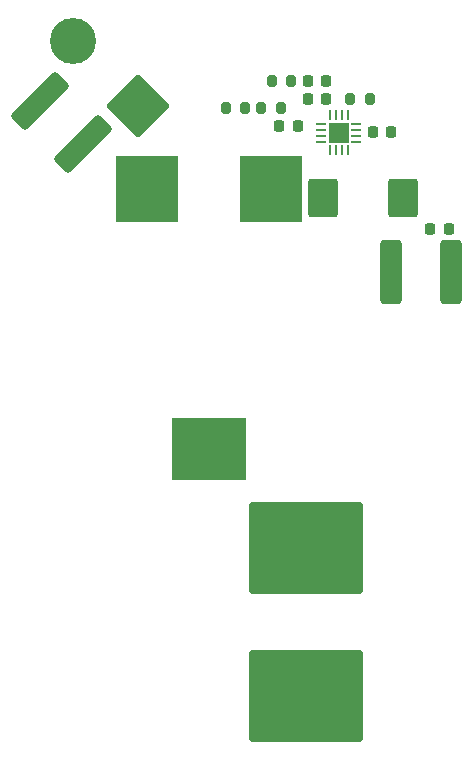
<source format=gts>
G04 #@! TF.GenerationSoftware,KiCad,Pcbnew,8.0.1*
G04 #@! TF.CreationDate,2024-05-01T12:53:58+08:00*
G04 #@! TF.ProjectId,BatteryPod,42617474-6572-4795-906f-642e6b696361,rev?*
G04 #@! TF.SameCoordinates,Original*
G04 #@! TF.FileFunction,Soldermask,Top*
G04 #@! TF.FilePolarity,Negative*
%FSLAX46Y46*%
G04 Gerber Fmt 4.6, Leading zero omitted, Abs format (unit mm)*
G04 Created by KiCad (PCBNEW 8.0.1) date 2024-05-01 12:53:58*
%MOMM*%
%LPD*%
G01*
G04 APERTURE LIST*
G04 Aperture macros list*
%AMRoundRect*
0 Rectangle with rounded corners*
0 $1 Rounding radius*
0 $2 $3 $4 $5 $6 $7 $8 $9 X,Y pos of 4 corners*
0 Add a 4 corners polygon primitive as box body*
4,1,4,$2,$3,$4,$5,$6,$7,$8,$9,$2,$3,0*
0 Add four circle primitives for the rounded corners*
1,1,$1+$1,$2,$3*
1,1,$1+$1,$4,$5*
1,1,$1+$1,$6,$7*
1,1,$1+$1,$8,$9*
0 Add four rect primitives between the rounded corners*
20,1,$1+$1,$2,$3,$4,$5,0*
20,1,$1+$1,$4,$5,$6,$7,0*
20,1,$1+$1,$6,$7,$8,$9,0*
20,1,$1+$1,$8,$9,$2,$3,0*%
G04 Aperture macros list end*
%ADD10RoundRect,0.249998X-4.550002X3.650002X-4.550002X-3.650002X4.550002X-3.650002X4.550002X3.650002X0*%
%ADD11R,0.812800X0.254000*%
%ADD12R,0.254000X0.812800*%
%ADD13R,1.752600X1.752600*%
%ADD14R,5.334000X5.588000*%
%ADD15R,6.350000X5.283200*%
%ADD16RoundRect,0.250000X2.192031X1.272792X1.272792X2.192031X-2.192031X-1.272792X-1.272792X-2.192031X0*%
%ADD17RoundRect,0.250000X-0.650000X-2.450000X0.650000X-2.450000X0.650000X2.450000X-0.650000X2.450000X0*%
%ADD18C,3.900000*%
%ADD19RoundRect,0.250002X2.404160X0.000000X0.000000X2.404160X-2.404160X0.000000X0.000000X-2.404160X0*%
%ADD20RoundRect,0.200000X-0.200000X-0.275000X0.200000X-0.275000X0.200000X0.275000X-0.200000X0.275000X0*%
%ADD21RoundRect,0.200000X0.200000X0.275000X-0.200000X0.275000X-0.200000X-0.275000X0.200000X-0.275000X0*%
%ADD22RoundRect,0.225000X0.225000X0.250000X-0.225000X0.250000X-0.225000X-0.250000X0.225000X-0.250000X0*%
%ADD23RoundRect,0.225000X-0.225000X-0.250000X0.225000X-0.250000X0.225000X0.250000X-0.225000X0.250000X0*%
%ADD24RoundRect,0.250000X-1.000000X1.400000X-1.000000X-1.400000X1.000000X-1.400000X1.000000X1.400000X0*%
G04 APERTURE END LIST*
D10*
X112200000Y-119450000D03*
X112200000Y-131950000D03*
D11*
X116450000Y-85026989D03*
X116450000Y-84526863D03*
X116450000Y-84026737D03*
X116450000Y-83526611D03*
D12*
X115726989Y-82803600D03*
X115226863Y-82803600D03*
X114726737Y-82803600D03*
X114226611Y-82803600D03*
D11*
X113503600Y-83526611D03*
X113503600Y-84026737D03*
X113503600Y-84526863D03*
X113503600Y-85026989D03*
D12*
X114226611Y-85750000D03*
X114726737Y-85750000D03*
X115226863Y-85750000D03*
X115726989Y-85750000D03*
D13*
X114976800Y-84276800D03*
D14*
X109215001Y-89000000D03*
X98785002Y-89000000D03*
D15*
X104000000Y-111075001D03*
D16*
X93303122Y-85203122D03*
X89696878Y-81596878D03*
D17*
X119400000Y-96100000D03*
X124500000Y-96100000D03*
D18*
X92484567Y-76484567D03*
D19*
X98000000Y-82000000D03*
D20*
X109325000Y-79900000D03*
X110975000Y-79900000D03*
D21*
X117625000Y-81400000D03*
X115975000Y-81400000D03*
D22*
X109950000Y-83675000D03*
X111500000Y-83675000D03*
X113900000Y-79900000D03*
X112350000Y-79900000D03*
X113900000Y-81400000D03*
X112350000Y-81400000D03*
D23*
X122725000Y-92400000D03*
X124275000Y-92400000D03*
D22*
X119425000Y-84200000D03*
X117875000Y-84200000D03*
D20*
X108400000Y-82200000D03*
X110050000Y-82200000D03*
X105400000Y-82200000D03*
X107050000Y-82200000D03*
D24*
X120450000Y-89800000D03*
X113650000Y-89800000D03*
M02*

</source>
